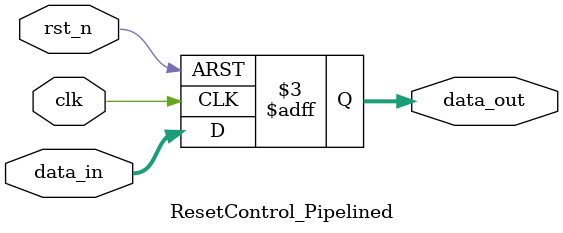
<source format=sv>
module AsyncReset_AND(
    input logic rst_n,
    input logic [3:0] src1, src2,
    output logic [3:0] q
);
    // Pipeline stage signals
    logic [3:0] stage1_src1_reg, stage1_src2_reg;
    logic [3:0] stage2_and_result;
    logic stage1_rst_n, stage2_rst_n;
    
    // Stage 1: Register inputs
    always_ff @(posedge clk or negedge rst_n) begin
        if (!rst_n) begin
            stage1_src1_reg <= 4'b0;
            stage1_src2_reg <= 4'b0;
            stage1_rst_n <= 1'b0;
        end else begin
            stage1_src1_reg <= src1;
            stage1_src2_reg <= src2;
            stage1_rst_n <= rst_n;
        end
    end
    
    // Stage 2: Logic operation with registered inputs
    logic [3:0] and_result;
    
    LogicOperation_Pipelined logic_op (
        .clk(clk),
        .rst_n(stage1_rst_n),
        .in1(stage1_src1_reg),
        .in2(stage1_src2_reg),
        .out(and_result)
    );
    
    // Register the logic operation result
    always_ff @(posedge clk or negedge rst_n) begin
        if (!rst_n) begin
            stage2_and_result <= 4'b0;
            stage2_rst_n <= 1'b0;
        end else begin
            stage2_and_result <= and_result;
            stage2_rst_n <= stage1_rst_n;
        end
    end
    
    // Final stage: Reset control with registered inputs
    ResetControl_Pipelined reset_ctrl (
        .clk(clk),
        .rst_n(stage2_rst_n),
        .data_in(stage2_and_result),
        .data_out(q)
    );
    
endmodule

// Pipelined logical operation submodule
module LogicOperation_Pipelined(
    input logic clk,
    input logic rst_n,
    input logic [3:0] in1,
    input logic [3:0] in2,
    output logic [3:0] out
);
    // Split the AND operation into smaller parts for timing improvement
    logic [1:0] upper_result, lower_result;
    
    // Perform bitwise AND operation in pipeline stages
    always_ff @(posedge clk or negedge rst_n) begin
        if (!rst_n) begin
            upper_result <= 2'b0;
            lower_result <= 2'b0;
        end else begin
            upper_result <= in1[3:2] & in2[3:2];
            lower_result <= in1[1:0] & in2[1:0];
        end
    end
    
    // Combine results
    assign out = {upper_result, lower_result};
    
endmodule

// Pipelined reset control submodule
module ResetControl_Pipelined(
    input logic clk,
    input logic rst_n,
    input logic [3:0] data_in,
    output logic [3:0] data_out
);
    // Register output with synchronous reset logic
    always_ff @(posedge clk or negedge rst_n) begin
        if (!rst_n) begin
            data_out <= 4'b0000;
        end else begin
            data_out <= data_in;
        end
    end
    
endmodule
</source>
